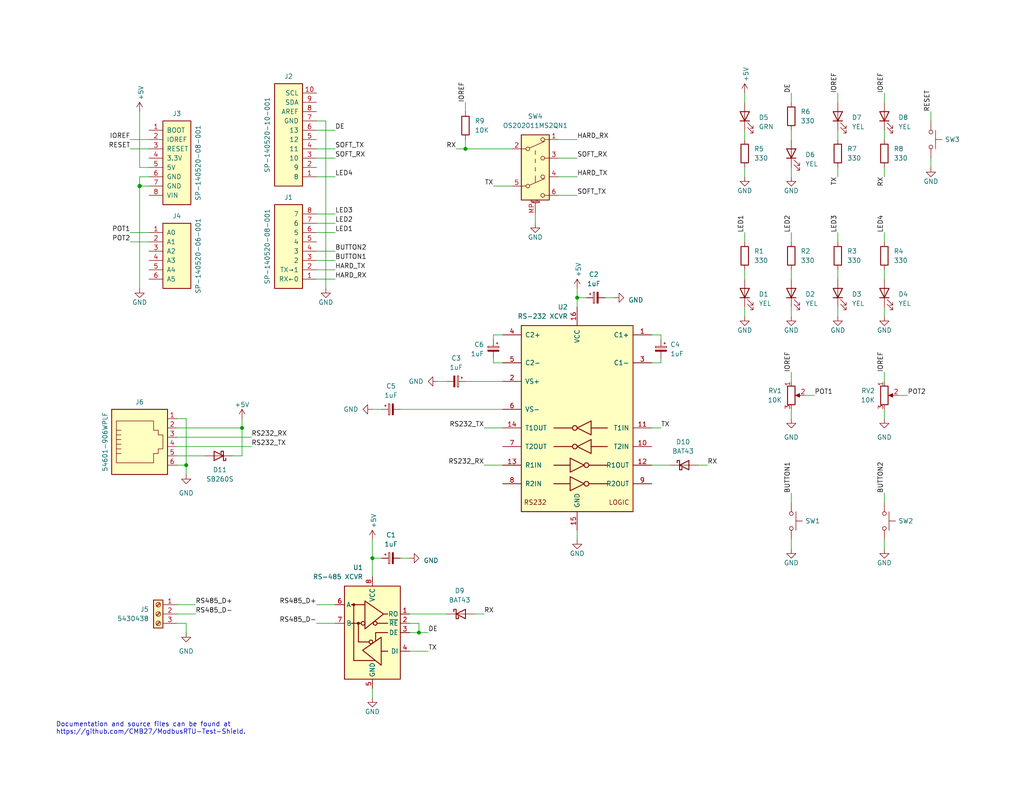
<source format=kicad_sch>
(kicad_sch (version 20230121) (generator eeschema)
  (paper "USLetter")
  (title_block (title "ModbusRTU Test Shield") (date "2023-12-26") (rev "0.0.1") (company "Designer: C. M. Bulliner") (comment 2 "OF MERCHANTABILITY, SATISFACTORY QUALITY AND FITNESS FOR A PARTICULAR PURPOSE.") (comment 3 "This document is distributed WITHOUT ANY EXPRESS OR IMPLIED WARRANTY, INCLUDING") (comment 4 "© 2023 C. M. Bulliner. Released under the CERN-OHL-P v2 license."))
  (lib_symbols
    (symbol "+5V_1" (power) (pin_names (offset 0))
      (property "Value" "+5V" (at 0 3.556 0))
      (symbol "+5V_1_1_1"
        (pin power_in line (at 0 0 90) (length 0) hide (name "+5V") (number "1"))
      )
    )
    (symbol "GND_1" (power) (pin_names (offset 0))
      (property "Value" "GND" (at 0 -3.81 0))
      (symbol "GND_1_1_1"
        (pin power_in line (at 0 0 270) (length 0) hide (name "GND") (number "1"))
      )
    )
    (symbol "GND_2" (power) (pin_names (offset 0))
      (property "Value" "GND" (at 0 -3.81 0))
      (symbol "GND_2_1_1"
        (pin power_in line (at 0 0 270) (length 0) hide (name "GND") (number "1"))
      )
    )
    (symbol "GND_3" (power) (pin_names (offset 0))
      (property "Value" "GND" (at 0 -3.81 0))
      (symbol "GND_3_1_1"
        (pin power_in line (at 0 0 270) (length 0) hide (name "GND") (number "1"))
      )
    )
    (symbol "Project_Symbols:6P6C" (pin_names (offset 1.016))
      (property "Reference" "J" (at -5.08 11.43 0))
      (property "Value" "6P6C" (at 2.54 11.43 0))
      (symbol "6P6C_1_1"
        (pin passive line (at 10.16 -5.08 180) (length 2.54) (name "~") (number "1"))
        (pin passive line (at 10.16 -2.54 180) (length 2.54) (name "~") (number "2"))
        (pin passive line (at 10.16 0 180) (length 2.54) (name "~") (number "3"))
        (pin passive line (at 10.16 2.54 180) (length 2.54) (name "~") (number "4"))
        (pin passive line (at 10.16 5.08 180) (length 2.54) (name "~") (number "5"))
        (pin passive line (at 10.16 7.62 180) (length 2.54) (name "~") (number "6"))
      )
    )
    (symbol "Project_Symbols:C_Polarized_Small" (pin_numbers hide) (pin_names (offset 0.254) hide)
      (property "Reference" "C" (at 0.254 1.778 0))
      (property "Value" "C_Polarized_Small" (at 0.254 -2.032 0))
      (symbol "C_Polarized_Small_1_1"
        (pin passive line (at 0 2.54 270) (length 1.8542) (name "~") (number "1"))
        (pin passive line (at 0 -2.54 90) (length 1.8542) (name "~") (number "2"))
      )
    )
    (symbol "Project_Symbols:Conn_01x06_UNO_Analog" (pin_names (offset 1.016))
      (property "Reference" "J1" (at 7.62 0 0))
      (property "Value" "Conn_01x06_UNO_Analog" (at 7.62 -2.54 0))
      (symbol "Conn_01x06_UNO_Analog_1_1"
        (pin passive line (at -5.08 5.08 0) (length 3.81) (name "A0") (number "1"))
        (pin passive line (at -5.08 2.54 0) (length 3.81) (name "A1") (number "2"))
        (pin passive line (at -5.08 0 0) (length 3.81) (name "A2") (number "3"))
        (pin passive line (at -5.08 -2.54 0) (length 3.81) (name "A3") (number "4"))
        (pin passive line (at -5.08 -5.08 0) (length 3.81) (name "A4") (number "5"))
        (pin passive line (at -5.08 -7.62 0) (length 3.81) (name "A5") (number "6"))
      )
    )
    (symbol "Project_Symbols:Conn_01x08_UNO_Digital_1" (pin_names (offset 1.016))
      (property "Reference" "J3" (at 7.62 0 0))
      (property "Value" "Conn_01x08_UNO_Digital_1" (at 7.62 -2.54 0))
      (symbol "Conn_01x08_UNO_Digital_1_1_1"
        (pin passive line (at -5.08 7.62 0) (length 3.81) (name "RX←0") (number "1"))
        (pin passive line (at -5.08 5.08 0) (length 3.81) (name "TX→1") (number "2"))
        (pin passive line (at -5.08 2.54 0) (length 3.81) (name "2") (number "3"))
        (pin passive line (at -5.08 0 0) (length 3.81) (name "3") (number "4"))
        (pin passive line (at -5.08 -2.54 0) (length 3.81) (name "4") (number "5"))
        (pin passive line (at -5.08 -5.08 0) (length 3.81) (name "5") (number "6"))
        (pin passive line (at -5.08 -7.62 0) (length 3.81) (name "6") (number "7"))
        (pin passive line (at -5.08 -10.16 0) (length 3.81) (name "7") (number "8"))
      )
    )
    (symbol "Project_Symbols:Conn_01x08_UNO_Power" (pin_names (offset 1.016))
      (property "Reference" "J2" (at 7.62 0 0))
      (property "Value" "Conn_01x08_UNO_Power" (at 7.62 -2.54 0))
      (symbol "Conn_01x08_UNO_Power_1_1"
        (pin passive line (at -5.08 7.62 0) (length 3.81) (name "BOOT") (number "1"))
        (pin passive line (at -5.08 5.08 0) (length 3.81) (name "IOREF") (number "2"))
        (pin passive line (at -5.08 2.54 0) (length 3.81) (name "RESET") (number "3"))
        (pin passive line (at -5.08 0 0) (length 3.81) (name "3.3V") (number "4"))
        (pin passive line (at -5.08 -2.54 0) (length 3.81) (name "5V") (number "5"))
        (pin passive line (at -5.08 -5.08 0) (length 3.81) (name "GND") (number "6"))
        (pin passive line (at -5.08 -7.62 0) (length 3.81) (name "GND") (number "7"))
        (pin passive line (at -5.08 -10.16 0) (length 3.81) (name "VIN") (number "8"))
      )
    )
    (symbol "Project_Symbols:Conn_01x10_UNO_Digital_2" (pin_names (offset 1.016))
      (property "Reference" "J4" (at 7.62 0 0))
      (property "Value" "Conn_01x10_UNO_Digital_2" (at 7.62 -2.54 0))
      (symbol "Conn_01x10_UNO_Digital_2_1_1"
        (pin passive line (at -5.08 10.16 0) (length 3.81) (name "8") (number "1"))
        (pin passive line (at -5.08 -12.7 0) (length 3.81) (name "SCL") (number "10"))
        (pin passive line (at -5.08 7.62 0) (length 3.81) (name "9") (number "2"))
        (pin passive line (at -5.08 5.08 0) (length 3.81) (name "10") (number "3"))
        (pin passive line (at -5.08 2.54 0) (length 3.81) (name "11") (number "4"))
        (pin passive line (at -5.08 0 0) (length 3.81) (name "12") (number "5"))
        (pin passive line (at -5.08 -2.54 0) (length 3.81) (name "13") (number "6"))
        (pin passive line (at -5.08 -5.08 0) (length 3.81) (name "GND") (number "7"))
        (pin passive line (at -5.08 -7.62 0) (length 3.81) (name "AREF") (number "8"))
        (pin passive line (at -5.08 -10.16 0) (length 3.81) (name "SDA") (number "9"))
      )
    )
    (symbol "Project_Symbols:D_Schottky" (pin_numbers hide) (pin_names (offset 1.016) hide)
      (property "Reference" "D" (at 0 2.54 0))
      (property "Value" "D_Schottky" (at 0 -2.54 0))
      (symbol "D_Schottky_1_1"
        (pin passive line (at -3.81 0 0) (length 2.54) (name "K") (number "1"))
        (pin passive line (at 3.81 0 180) (length 2.54) (name "A") (number "2"))
      )
    )
    (symbol "Project_Symbols:LED" (pin_numbers hide) (pin_names (offset 1.016) hide)
      (property "Reference" "D" (at 0 2.54 0))
      (property "Value" "LED" (at 0 -2.54 0))
      (symbol "LED_1_1"
        (pin passive line (at -3.81 0 0) (length 2.54) (name "K") (number "1"))
        (pin passive line (at 3.81 0 180) (length 2.54) (name "A") (number "2"))
      )
    )
    (symbol "Project_Symbols:LT1785AxN8"
      (property "Reference" "U" (at -6.985 13.97 0))
      (property "Value" "LT1785AxN8" (at 6.35 13.97 0))
      (symbol "LT1785AxN8_1_1"
        (pin output line (at -10.16 5.08 0) (length 2.54) (name "RO") (number "1"))
        (pin input line (at -10.16 2.54 0) (length 2.54) (name "~{RE}") (number "2"))
        (pin input line (at -10.16 0 0) (length 2.54) (name "DE") (number "3"))
        (pin input line (at -10.16 -5.08 0) (length 2.54) (name "DI") (number "4"))
        (pin power_in line (at 0 -15.24 90) (length 2.54) (name "GND") (number "5"))
        (pin bidirectional line (at 10.16 7.62 180) (length 2.54) (name "A") (number "6"))
        (pin bidirectional line (at 10.16 2.54 180) (length 2.54) (name "B") (number "7"))
        (pin power_in line (at 0 15.24 270) (length 2.54) (name "VCC") (number "8"))
      )
    )
    (symbol "Project_Symbols:MAX232" (pin_names (offset 1.016))
      (property "Reference" "U" (at -2.54 28.575 0))
      (property "Value" "MAX232" (at -2.54 26.67 0))
      (symbol "MAX232_0_0"
        (text "LOGIC" (at -11.43 -22.86 0) (effects (font (size 1.27 1.27))))
        (text "RS232" (at 11.43 -22.86 0) (effects (font (size 1.27 1.27))))
      )
      (symbol "MAX232_1_1"
        (pin passive line (at -20.32 22.86 0) (length 5.08) (name "C1+") (number "1"))
        (pin input line (at -20.32 -7.62 0) (length 5.08) (name "T2IN") (number "10"))
        (pin input line (at -20.32 -2.54 0) (length 5.08) (name "T1IN") (number "11"))
        (pin output line (at -20.32 -12.7 0) (length 5.08) (name "R1OUT") (number "12"))
        (pin input line (at 20.32 -12.7 180) (length 5.08) (name "R1IN") (number "13"))
        (pin output line (at 20.32 -2.54 180) (length 5.08) (name "T1OUT") (number "14"))
        (pin power_in line (at 0 -30.48 90) (length 5.08) (name "GND") (number "15"))
        (pin power_in line (at 0 30.48 270) (length 5.08) (name "VCC") (number "16"))
        (pin power_out line (at 20.32 10.16 180) (length 5.08) (name "VS+") (number "2"))
        (pin passive line (at -20.32 15.24 0) (length 5.08) (name "C1-") (number "3"))
        (pin passive line (at 20.32 22.86 180) (length 5.08) (name "C2+") (number "4"))
        (pin passive line (at 20.32 15.24 180) (length 5.08) (name "C2-") (number "5"))
        (pin power_out line (at 20.32 2.54 180) (length 5.08) (name "VS-") (number "6"))
        (pin output line (at 20.32 -7.62 180) (length 5.08) (name "T2OUT") (number "7"))
        (pin input line (at 20.32 -17.78 180) (length 5.08) (name "R2IN") (number "8"))
        (pin output line (at -20.32 -17.78 0) (length 5.08) (name "R2OUT") (number "9"))
      )
    )
    (symbol "Project_Symbols:R" (pin_numbers hide) (pin_names (offset 0))
      (property "Reference" "R" (at 2.032 0 90))
      (property "Value" "R" (at 0 0 90))
      (symbol "R_1_1"
        (pin passive line (at 0 3.81 270) (length 1.27) (name "~") (number "1"))
        (pin passive line (at 0 -3.81 90) (length 1.27) (name "~") (number "2"))
      )
    )
    (symbol "Project_Symbols:R_Potentiometer" (pin_names (offset 1.016) hide)
      (property "Reference" "RV" (at -4.445 0 90))
      (property "Value" "R_Potentiometer" (at -2.54 0 90))
      (symbol "R_Potentiometer_1_1"
        (pin passive line (at 0 3.81 270) (length 1.27) (name "1") (number "1"))
        (pin passive line (at 3.81 0 180) (length 1.27) (name "2") (number "2"))
        (pin passive line (at 0 -3.81 90) (length 1.27) (name "3") (number "3"))
      )
    )
    (symbol "Project_Symbols:SW_DPDT_MountingPin" (pin_names hide)
      (property "Reference" "SW" (at 0 13.97 0))
      (property "Value" "SW_DPDT_MountingPin" (at 0 11.43 0))
      (symbol "SW_DPDT_MountingPin_1_1"
        (text "Mounting" (at 0 -9.271 0) (effects (font (size 0.381 0.381))))
        (pin passive line (at 6.35 7.62 180) (length 2.54) (name "A") (number "1"))
        (pin passive line (at -6.35 5.08 0) (length 2.54) (name "B") (number "2"))
        (pin passive line (at 6.35 2.54 180) (length 2.54) (name "C") (number "3"))
        (pin passive line (at 6.35 -2.54 180) (length 2.54) (name "A") (number "4"))
        (pin passive line (at -6.35 -5.08 0) (length 2.54) (name "B") (number "5"))
        (pin passive line (at 6.35 -7.62 180) (length 2.54) (name "C") (number "6"))
        (pin passive line (at 0 -12.7 90) (length 3.048) (name "MountPin") (number "MP"))
      )
    )
    (symbol "Project_Symbols:SW_Push" (pin_numbers hide) (pin_names (offset 1.016) hide)
      (property "Reference" "SW" (at 1.27 2.54 0))
      (property "Value" "SW_Push" (at 0 -1.524 0))
      (symbol "SW_Push_0_1"
        (pin passive line (at -5.08 0 0) (length 2.54) (name "1") (number "1"))
        (pin passive line (at 5.08 0 180) (length 2.54) (name "2") (number "2"))
      )
    )
    (symbol "Project_Symbols:Screw_Terminal_01x03" (pin_names (offset 1.016) hide)
      (property "Reference" "J" (at 0 5.08 0))
      (property "Value" "Screw_Terminal_01x03" (at 0 -5.08 0))
      (symbol "Screw_Terminal_01x03_1_1"
        (pin passive line (at -5.08 2.54 0) (length 3.81) (name "Pin_1") (number "1"))
        (pin passive line (at -5.08 0 0) (length 3.81) (name "Pin_2") (number "2"))
        (pin passive line (at -5.08 -2.54 0) (length 3.81) (name "Pin_3") (number "3"))
      )
    )
    (symbol "power:+5V" (power) (pin_names (offset 0))
      (property "Value" "+5V" (at 0 3.556 0))
      (symbol "+5V_1_1"
        (pin power_in line (at 0 0 90) (length 0) hide (name "+5V") (number "1"))
      )
    )
    (symbol "power:GND" (power) (pin_names (offset 0))
      (property "Value" "GND" (at 0 -3.81 0))
      (symbol "GND_1_1"
        (pin power_in line (at 0 0 270) (length 0) hide (name "GND") (number "1"))
      )
    )
  )
  (junction (at 157.48 81.28))
  (junction (at 38.1 50.8) (diameter 1.016))
  (junction (at 66.04 116.84))
  (junction (at 114.3 172.72))
  (junction (at 50.8 127))
  (junction (at 101.6 152.4))
  (junction (at 127 40.64))
  (wire (pts (xy 86.36 76.2) (xy 91.44 76.2)))
  (wire (pts (xy 241.3 147.32) (xy 241.3 149.86)))
  (wire (pts (xy 241.3 83.82) (xy 241.3 86.36)))
  (wire (pts (xy 215.9 101.6) (xy 215.9 104.14)))
  (wire (pts (xy 241.3 45.72) (xy 241.3 48.26)))
  (wire (pts (xy 167.64 81.28) (xy 165.1 81.28)))
  (wire (pts (xy 177.8 91.44) (xy 180.34 91.44)))
  (wire (pts (xy 66.04 124.46) (xy 63.5 124.46)))
  (wire (pts (xy 86.36 43.18) (xy 91.44 43.18)))
  (wire (pts (xy 215.9 134.62) (xy 215.9 137.16)))
  (wire (pts (xy 219.71 107.95) (xy 222.25 107.95)))
  (wire (pts (xy 241.3 134.62) (xy 241.3 137.16)))
  (wire (pts (xy 109.22 152.4) (xy 111.76 152.4)))
  (wire (pts (xy 35.56 40.64) (xy 40.64 40.64)))
  (wire (pts (xy 160.02 81.28) (xy 157.48 81.28)))
  (wire (pts (xy 66.04 116.84) (xy 66.04 124.46)))
  (wire (pts (xy 86.36 71.12) (xy 91.44 71.12)))
  (wire (pts (xy 241.3 63.5) (xy 241.3 66.04)))
  (wire (pts (xy 48.26 116.84) (xy 66.04 116.84)))
  (wire (pts (xy 38.1 48.26) (xy 38.1 50.8)))
  (wire (pts (xy 109.22 111.76) (xy 137.16 111.76)))
  (wire (pts (xy 114.3 172.72) (xy 111.76 172.72)))
  (wire (pts (xy 111.76 167.64) (xy 121.92 167.64)))
  (wire (pts (xy 86.36 63.5) (xy 91.44 63.5)))
  (wire (pts (xy 86.36 58.42) (xy 91.44 58.42)))
  (wire (pts (xy 48.26 121.92) (xy 68.58 121.92)))
  (wire (pts (xy 38.1 50.8) (xy 38.1 78.74)))
  (wire (pts (xy 241.3 111.76) (xy 241.3 114.3)))
  (wire (pts (xy 129.54 167.64) (xy 132.08 167.64)))
  (wire (pts (xy 127 40.64) (xy 139.7 40.64)))
  (wire (pts (xy 241.3 73.66) (xy 241.3 76.2)))
  (wire (pts (xy 101.6 187.96) (xy 101.6 190.5)))
  (wire (pts (xy 215.9 25.4) (xy 215.9 27.94)))
  (wire (pts (xy 215.9 73.66) (xy 215.9 76.2)))
  (wire (pts (xy 38.1 45.72) (xy 40.64 45.72)))
  (wire (pts (xy 38.1 30.48) (xy 38.1 45.72)))
  (wire (pts (xy 245.11 107.95) (xy 247.65 107.95)))
  (wire (pts (xy 86.36 48.26) (xy 91.44 48.26)))
  (wire (pts (xy 177.8 127) (xy 182.88 127)))
  (wire (pts (xy 254 30.48) (xy 254 33.02)))
  (wire (pts (xy 55.88 124.46) (xy 48.26 124.46)))
  (wire (pts (xy 203.2 83.82) (xy 203.2 86.36)))
  (wire (pts (xy 35.56 63.5) (xy 40.64 63.5)))
  (wire (pts (xy 180.34 99.06) (xy 177.8 99.06)))
  (wire (pts (xy 48.26 127) (xy 50.8 127)))
  (wire (pts (xy 137.16 91.44) (xy 134.62 91.44)))
  (wire (pts (xy 157.48 48.26) (xy 152.4 48.26)))
  (wire (pts (xy 228.6 83.82) (xy 228.6 86.36)))
  (wire (pts (xy 127 27.94) (xy 127 30.48)))
  (wire (pts (xy 111.76 170.18) (xy 114.3 170.18)))
  (wire (pts (xy 114.3 172.72) (xy 116.84 172.72)))
  (wire (pts (xy 177.8 116.84) (xy 180.34 116.84)))
  (wire (pts (xy 50.8 127) (xy 50.8 114.3)))
  (wire (pts (xy 50.8 114.3) (xy 48.26 114.3)))
  (wire (pts (xy 203.2 45.72) (xy 203.2 48.26)))
  (wire (pts (xy 50.8 170.18) (xy 48.26 170.18)))
  (wire (pts (xy 101.6 147.32) (xy 101.6 152.4)))
  (wire (pts (xy 180.34 97.79) (xy 180.34 99.06)))
  (wire (pts (xy 124.46 40.64) (xy 127 40.64)))
  (wire (pts (xy 119.38 104.14) (xy 121.92 104.14)))
  (wire (pts (xy 132.08 116.84) (xy 137.16 116.84)))
  (wire (pts (xy 203.2 25.4) (xy 203.2 27.94)))
  (wire (pts (xy 228.6 63.5) (xy 228.6 66.04)))
  (wire (pts (xy 215.9 147.32) (xy 215.9 149.86)))
  (wire (pts (xy 127 38.1) (xy 127 40.64)))
  (wire (pts (xy 152.4 43.18) (xy 157.48 43.18)))
  (wire (pts (xy 157.48 53.34) (xy 152.4 53.34)))
  (wire (pts (xy 157.48 81.28) (xy 157.48 83.82)))
  (wire (pts (xy 50.8 172.72) (xy 50.8 170.18)))
  (wire (pts (xy 215.9 35.56) (xy 215.9 38.1)))
  (wire (pts (xy 137.16 99.06) (xy 134.62 99.06)))
  (wire (pts (xy 88.9 33.02) (xy 88.9 78.74)))
  (wire (pts (xy 203.2 63.5) (xy 203.2 66.04)))
  (wire (pts (xy 241.3 25.4) (xy 241.3 27.94)))
  (wire (pts (xy 180.34 91.44) (xy 180.34 92.71)))
  (wire (pts (xy 157.48 144.78) (xy 157.48 147.32)))
  (wire (pts (xy 215.9 83.82) (xy 215.9 86.36)))
  (wire (pts (xy 48.26 165.1) (xy 53.34 165.1)))
  (wire (pts (xy 228.6 73.66) (xy 228.6 76.2)))
  (wire (pts (xy 40.64 50.8) (xy 38.1 50.8)))
  (wire (pts (xy 35.56 38.1) (xy 40.64 38.1)))
  (wire (pts (xy 86.36 60.96) (xy 91.44 60.96)))
  (wire (pts (xy 228.6 45.72) (xy 228.6 48.26)))
  (wire (pts (xy 152.4 38.1) (xy 157.48 38.1)))
  (wire (pts (xy 190.5 127) (xy 193.04 127)))
  (wire (pts (xy 215.9 63.5) (xy 215.9 66.04)))
  (wire (pts (xy 127 104.14) (xy 137.16 104.14)))
  (wire (pts (xy 203.2 35.56) (xy 203.2 38.1)))
  (wire (pts (xy 203.2 73.66) (xy 203.2 76.2)))
  (wire (pts (xy 48.26 167.64) (xy 53.34 167.64)))
  (wire (pts (xy 157.48 78.74) (xy 157.48 81.28)))
  (wire (pts (xy 241.3 101.6) (xy 241.3 104.14)))
  (wire (pts (xy 134.62 99.06) (xy 134.62 97.79)))
  (wire (pts (xy 111.76 177.8) (xy 116.84 177.8)))
  (wire (pts (xy 114.3 170.18) (xy 114.3 172.72)))
  (wire (pts (xy 228.6 35.56) (xy 228.6 38.1)))
  (wire (pts (xy 132.08 127) (xy 137.16 127)))
  (wire (pts (xy 86.36 33.02) (xy 88.9 33.02)))
  (wire (pts (xy 35.56 66.04) (xy 40.64 66.04)))
  (wire (pts (xy 241.3 35.56) (xy 241.3 38.1)))
  (wire (pts (xy 40.64 48.26) (xy 38.1 48.26)))
  (wire (pts (xy 101.6 152.4) (xy 104.14 152.4)))
  (wire (pts (xy 86.36 40.64) (xy 91.44 40.64)))
  (wire (pts (xy 48.26 119.38) (xy 68.58 119.38)))
  (wire (pts (xy 228.6 25.4) (xy 228.6 27.94)))
  (wire (pts (xy 50.8 129.54) (xy 50.8 127)))
  (wire (pts (xy 101.6 152.4) (xy 101.6 157.48)))
  (wire (pts (xy 215.9 111.76) (xy 215.9 114.3)))
  (wire (pts (xy 134.62 91.44) (xy 134.62 92.71)))
  (wire (pts (xy 101.6 111.76) (xy 104.14 111.76)))
  (wire (pts (xy 254 43.18) (xy 254 45.72)))
  (wire (pts (xy 86.36 170.18) (xy 91.44 170.18)))
  (wire (pts (xy 215.9 45.72) (xy 215.9 48.26)))
  (wire (pts (xy 134.62 50.8) (xy 139.7 50.8)))
  (wire (pts (xy 86.36 165.1) (xy 91.44 165.1)))
  (wire (pts (xy 146.05 58.42) (xy 146.05 60.96)))
  (wire (pts (xy 66.04 116.84) (xy 66.04 114.3)))
  (wire (pts (xy 86.36 35.56) (xy 91.44 35.56)))
  (wire (pts (xy 86.36 68.58) (xy 91.44 68.58)))
  (wire (pts (xy 86.36 73.66) (xy 91.44 73.66)))
  (text "Documentation and source files can be found at\nhttps://github.com/CMB27/ModbusRTU-Test-Shield." (at 15.24 200.66 0) (effects (font (size 1.27 1.27)) (justify left bottom)))
  (label "HARD_RX" (at 91.44 76.2 0))
  (label "RX" (at 241.3 48.26 270))
  (label "RS485_D-" (at 86.36 170.18 180))
  (label "DE" (at 215.9 25.4 90))
  (label "RS232_RX" (at 132.08 127 180))
  (label "BUTTON1" (at 91.44 71.12 0))
  (label "IOREF" (at 215.9 101.6 90))
  (label "SOFT_RX" (at 157.48 43.18 0))
  (label "RS232_TX" (at 132.08 116.84 180))
  (label "RS485_D+" (at 53.34 165.1 0))
  (label "RX" (at 193.04 127 0))
  (label "RESET" (at 254 30.48 90))
  (label "SOFT_TX" (at 157.48 53.34 0))
  (label "HARD_TX" (at 157.48 48.26 0))
  (label "SOFT_RX" (at 91.44 43.18 0))
  (label "LED3" (at 228.6 63.5 90))
  (label "RS232_RX" (at 68.58 119.38 0))
  (label "TX" (at 228.6 48.26 270))
  (label "BUTTON1" (at 215.9 134.62 90))
  (label "IOREF" (at 228.6 25.4 90))
  (label "RS485_D+" (at 86.36 165.1 180))
  (label "IOREF" (at 241.3 25.4 90))
  (label "POT1" (at 222.25 107.95 0))
  (label "POT2" (at 247.65 107.95 0))
  (label "LED2" (at 91.44 60.96 0))
  (label "LED1" (at 91.44 63.5 0))
  (label "LED2" (at 215.9 63.5 90))
  (label "SOFT_TX" (at 91.44 40.64 0))
  (label "BUTTON2" (at 91.44 68.58 0))
  (label "POT2" (at 35.56 66.04 180))
  (label "HARD_TX" (at 91.44 73.66 0))
  (label "DE" (at 91.44 35.56 0))
  (label "POT1" (at 35.56 63.5 180))
  (label "RX" (at 132.08 167.64 0))
  (label "HARD_RX" (at 157.48 38.1 0))
  (label "RX" (at 124.46 40.64 180))
  (label "LED3" (at 91.44 58.42 0))
  (label "DE" (at 116.84 172.72 0))
  (label "IOREF" (at 241.3 101.6 90))
  (label "TX" (at 180.34 116.84 0))
  (label "LED4" (at 241.3 63.5 90))
  (label "TX" (at 116.84 177.8 0))
  (label "BUTTON2" (at 241.3 134.62 90))
  (label "LED4" (at 91.44 48.26 0))
  (label "IOREF" (at 35.56 38.1 180))
  (label "LED1" (at 203.2 63.5 90))
  (label "RS232_TX" (at 68.58 121.92 0))
  (label "IOREF" (at 127 27.94 90))
  (label "RS485_D-" (at 53.34 167.64 0))
  (label "TX" (at 134.62 50.8 180))
  (label "RESET" (at 35.56 40.64 180))
  (symbol (lib_id "power:+5V") (at 38.1 30.48 0) (unit 1)
    (property "Reference" "#PWR02" (effects hide))
    (property "Value" "+5V" (at 38.4556 27.432 90) (effects (justify left)))
  )
  (symbol (lib_id "power:GND") (at 38.1 78.74 0) (unit 1)
    (property "Reference" "#PWR04" (effects hide))
    (property "Value" "GND" (at 38.1 82.55 0))
  )
  (symbol (lib_id "power:GND") (at 88.9 78.74 0) (unit 1)
    (property "Reference" "#PWR05" (effects hide))
    (property "Value" "GND" (at 88.9 82.55 0))
  )
  (symbol (lib_id "Project_Symbols:C_Polarized_Small") (at 106.68 152.4 90) (mirror x) (unit 1)
    (property "Reference" "C1" (at 106.68 146.05 90))
    (property "Value" "1uF" (at 106.68 148.59 90))
    (property "Footprint" "Project_Footprints:CP_Radial_D4.0mm_P1.50mm" (effects hide))
    (property "Datasheet" "https://connect.kemet.com:7667/gateway/IntelliData-ComponentDocumentation/1.0/download/datasheet/ESS105M050AB2EA" (effects hide))
    (property "Description" "1uF Aluminum Electrolytic Capacitor" (effects hide))
    (property "Manufacturer" "KEMET" (effects hide))
    (property "Part Number" "ESS105M050AB2EA" (effects hide))
  )
  (symbol (lib_id "Project_Symbols:R") (at 241.3 41.91 0) (unit 1)
    (property "Reference" "R8" (at 243.84 40.64 0) (effects (justify left)))
    (property "Value" "330" (at 243.84 43.18 0) (effects (justify left)))
    (property "Footprint" "Project_Footprints:R_Axial_DIN0204_L3.6mm_D1.6mm_P7.62mm_Horizontal" (effects hide))
    (property "Datasheet" "https://www.seielect.com/catalog/sei-cf_cfm.pdf" (effects hide))
    (property "Description" "330 Ohm Resistor" (effects hide))
    (property "Manufacturer" "Stackpole Electronics" (effects hide))
    (property "Part Number" "CFM14JT330R" (effects hide))
  )
  (symbol (lib_id "power:GND") (at 254 45.72 0) (unit 1)
    (property "Reference" "#PWR01" (effects hide))
    (property "Value" "GND" (at 254 49.53 0))
  )
  (symbol (lib_id "Project_Symbols:Conn_01x06_UNO_Analog") (at 45.72 68.58 0) (unit 1)
    (property "Reference" "J4" (at 48.26 59.69 0) (effects (justify bottom)))
    (property "Value" "SP-140520-06-001" (at 53.34 69.85 90) (effects (justify top)))
    (property "Footprint" "Project_Footprints:PinSocket_1x06_P2.54mm_Vertical_UNO_Analog" (effects hide))
    (property "Datasheet" "https://cdn.sparkfun.com/assets/3/f/3/2/1/SP-140520-XX-001.pdf?_gl=1*gsukhd*_ga*MTUxODAzMTA2LjE3MDA4NDExNjI.*_ga_T369JS7J9N*MTcwMzE3MzMxMi4xMS4xLjE3MDMxNzMzNjMuOS4wLjA." (effects hide))
    (property "Description" "1 x 6 Socket Header" (effects hide))
    (property "Manufacturer" "GCT" (effects hide))
    (property "Part Number" "SP-140520-06-001" (effects hide))
  )
  (symbol (lib_name "GND_1") (lib_id "power:GND") (at 215.9 114.3 0) (unit 1)
    (property "Reference" "#PWR07" (effects hide))
    (property "Value" "GND" (at 215.9 119.38 0))
  )
  (symbol (lib_id "power:+5V") (at 101.6 147.32 0) (unit 1)
    (property "Reference" "#PWR015" (effects hide))
    (property "Value" "+5V" (at 101.9556 144.272 90) (effects (justify left)))
  )
  (symbol (lib_id "power:GND") (at 146.05 60.96 0) (unit 1)
    (property "Reference" "#PWR027" (effects hide))
    (property "Value" "GND" (at 146.05 64.77 0))
  )
  (symbol (lib_id "Project_Symbols:LT1785AxN8") (at 101.6 172.72 0) (mirror y) (unit 1)
    (property "Reference" "U1" (at 99.06 154.94 0) (effects (justify left)))
    (property "Value" "RS-485 XCVR" (at 99.06 157.48 0) (effects (justify left)))
    (property "Footprint" "Project_Footprints:DIP-8_W7.62mm_Socket" (effects hide))
    (property "Datasheet" "https://www.analog.com/media/en/technical-documentation/data-sheets/LT1785-1785A-1791-1791A.pdf" (effects hide))
    (property "Manufacturer" "Analog Devices" (effects hide))
    (property "Part Number" "LT1785ACN8#PBF" (effects hide))
    (property "Description" "RS-485 Half-Duplex Transceiver" (effects hide))
  )
  (symbol (lib_id "Project_Symbols:C_Polarized_Small") (at 180.34 95.25 0) (mirror y) (unit 1)
    (property "Reference" "C4" (at 182.88 94.0689 0) (effects (justify right)))
    (property "Value" "1uF" (at 182.88 96.6089 0) (effects (justify right)))
    (property "Footprint" "Project_Footprints:CP_Radial_D4.0mm_P1.50mm" (effects hide))
    (property "Datasheet" "https://connect.kemet.com:7667/gateway/IntelliData-ComponentDocumentation/1.0/download/datasheet/ESS105M050AB2EA" (effects hide))
    (property "Description" "1uF Aluminum Electrolytic Capacitor" (effects hide))
    (property "Manufacturer" "KEMET" (effects hide))
    (property "Part Number" "ESS105M050AB2EA" (effects hide))
  )
  (symbol (lib_id "Project_Symbols:LED") (at 203.2 80.01 90) (unit 1)
    (property "Reference" "D1" (at 207.01 80.3275 90) (effects (justify right)))
    (property "Value" "YEL" (at 207.01 82.8675 90) (effects (justify right)))
    (property "Footprint" "Project_Footprints:LED_D3.0mm" (effects hide))
    (property "Datasheet" "https://www.we-online.com/components/products/datasheet/151031YS06000.pdf" (effects hide))
    (property "Manufacturer" "Würth Elektronik" (effects hide))
    (property "Part Number" "151031YS06000" (effects hide))
    (property "Description" "Yellow LED" (effects hide))
    (property "Label" "L1" (effects hide))
  )
  (symbol (lib_id "Project_Symbols:R") (at 228.6 41.91 0) (unit 1)
    (property "Reference" "R7" (at 231.14 40.64 0) (effects (justify left)))
    (property "Value" "330" (at 231.14 43.18 0) (effects (justify left)))
    (property "Footprint" "Project_Footprints:R_Axial_DIN0204_L3.6mm_D1.6mm_P7.62mm_Horizontal" (effects hide))
    (property "Datasheet" "https://www.seielect.com/catalog/sei-cf_cfm.pdf" (effects hide))
    (property "Description" "330 Ohm Resistor" (effects hide))
    (property "Manufacturer" "Stackpole Electronics" (effects hide))
    (property "Part Number" "CFM14JT330R" (effects hide))
  )
  (symbol (lib_id "Project_Symbols:LED") (at 241.3 80.01 90) (unit 1)
    (property "Reference" "D4" (at 245.11 80.3275 90) (effects (justify right)))
    (property "Value" "YEL" (at 245.11 82.8675 90) (effects (justify right)))
    (property "Footprint" "Project_Footprints:LED_D3.0mm" (effects hide))
    (property "Datasheet" "https://www.we-online.com/components/products/datasheet/151031YS06000.pdf" (effects hide))
    (property "Manufacturer" "Würth Elektronik" (effects hide))
    (property "Part Number" "151031YS06000" (effects hide))
    (property "Description" "Yellow LED" (effects hide))
    (property "Label" "L4" (effects hide))
  )
  (symbol (lib_id "Project_Symbols:R") (at 215.9 69.85 0) (unit 1)
    (property "Reference" "R2" (at 218.44 68.58 0) (effects (justify left)))
    (property "Value" "330" (at 218.44 71.12 0) (effects (justify left)))
    (property "Footprint" "Project_Footprints:R_Axial_DIN0204_L3.6mm_D1.6mm_P7.62mm_Horizontal" (effects hide))
    (property "Datasheet" "https://www.seielect.com/catalog/sei-cf_cfm.pdf" (effects hide))
    (property "Description" "330 Ohm Resistor" (effects hide))
    (property "Manufacturer" "Stackpole Electronics" (effects hide))
    (property "Part Number" "CFM14JT330R" (effects hide))
  )
  (symbol (lib_id "Project_Symbols:D_Schottky") (at 125.73 167.64 0) (unit 1)
    (property "Reference" "D9" (at 125.4125 161.29 0))
    (property "Value" "BAT43" (at 125.4125 163.83 0))
    (property "Footprint" "Project_Footprints:D_DO-35_SOD27_P7.62mm_Horizontal" (effects hide))
    (property "Datasheet" "https://www.vishay.com/docs/85660/bat42.pdf" (effects hide))
    (property "Description" "Schottky Diode" (effects hide))
    (property "Manufacturer" "Vishay" (effects hide))
    (property "Part Number" "BAT43-TAP" (effects hide))
  )
  (symbol (lib_id "Project_Symbols:LED") (at 228.6 31.75 90) (unit 1)
    (property "Reference" "D7" (at 232.41 32.0675 90) (effects (justify right)))
    (property "Value" "YEL" (at 232.41 34.6075 90) (effects (justify right)))
    (property "Footprint" "Project_Footprints:LED_D3.0mm" (effects hide))
    (property "Datasheet" "https://www.we-online.com/components/products/datasheet/151031YS06000.pdf" (effects hide))
    (property "Manufacturer" "Würth Elektronik" (effects hide))
    (property "Part Number" "151031YS06000" (effects hide))
    (property "Description" "Yellow LED" (effects hide))
    (property "Label" "TX" (effects hide))
  )
  (symbol (lib_id "Project_Symbols:R") (at 203.2 69.85 0) (unit 1)
    (property "Reference" "R1" (at 205.74 68.58 0) (effects (justify left)))
    (property "Value" "330" (at 205.74 71.12 0) (effects (justify left)))
    (property "Footprint" "Project_Footprints:R_Axial_DIN0204_L3.6mm_D1.6mm_P7.62mm_Horizontal" (effects hide))
    (property "Datasheet" "https://www.seielect.com/catalog/sei-cf_cfm.pdf" (effects hide))
    (property "Description" "330 Ohm Resistor" (effects hide))
    (property "Manufacturer" "Stackpole Electronics" (effects hide))
    (property "Part Number" "CFM14JT330R" (effects hide))
  )
  (symbol (lib_id "Project_Symbols:SW_Push") (at 215.9 142.24 270) (unit 1)
    (property "Reference" "SW1" (at 219.71 142.24 90) (effects (justify left)))
    (property "Value" "BUTTON1" (effects hide))
    (property "Footprint" "Project_Footprints:SW_PUSH_6mm" (effects hide))
    (property "Datasheet" "https://www.te.com/usa-en/product-1825910-6.datasheet.pdf" (effects hide))
    (property "Manufacturer" "TE" (effects hide))
    (property "Part Number" "1825910-6" (effects hide))
    (property "Description" "6mm Pushbutton Switch" (effects hide))
    (property "Label" "BTN1" (effects hide))
  )
  (symbol (lib_id "power:GND") (at 101.6 190.5 0) (unit 1)
    (property "Reference" "#PWR014" (effects hide))
    (property "Value" "GND" (at 101.6 194.31 0))
  )
  (symbol (lib_id "Project_Symbols:LED") (at 215.9 80.01 90) (unit 1)
    (property "Reference" "D2" (at 219.71 80.3275 90) (effects (justify right)))
    (property "Value" "YEL" (at 219.71 82.8675 90) (effects (justify right)))
    (property "Footprint" "Project_Footprints:LED_D3.0mm" (effects hide))
    (property "Datasheet" "https://www.we-online.com/components/products/datasheet/151031YS06000.pdf" (effects hide))
    (property "Manufacturer" "Würth Elektronik" (effects hide))
    (property "Part Number" "151031YS06000" (effects hide))
    (property "Description" "Yellow LED" (effects hide))
    (property "Label" "L2" (effects hide))
  )
  (symbol (lib_id "power:GND") (at 228.6 86.36 0) (unit 1)
    (property "Reference" "#PWR012" (effects hide))
    (property "Value" "GND" (at 228.6 90.17 0))
  )
  (symbol (lib_id "power:GND") (at 101.6 111.76 270) (unit 1)
    (property "Reference" "#PWR021" (effects hide))
    (property "Value" "GND" (at 97.79 111.76 90) (effects (justify right)))
  )
  (symbol (lib_id "Project_Symbols:SW_Push") (at 241.3 142.24 270) (unit 1)
    (property "Reference" "SW2" (at 245.11 142.24 90) (effects (justify left)))
    (property "Value" "BUTTON2" (effects hide))
    (property "Footprint" "Project_Footprints:SW_PUSH_6mm" (effects hide))
    (property "Datasheet" "https://www.te.com/usa-en/product-1825910-6.datasheet.pdf" (effects hide))
    (property "Manufacturer" "TE" (effects hide))
    (property "Part Number" "1825910-6" (effects hide))
    (property "Description" "6mm Pushbutton Switch" (effects hide))
    (property "Label" "BTN2" (effects hide))
  )
  (symbol (lib_id "Project_Symbols:Screw_Terminal_01x03") (at 43.18 167.64 0) (mirror y) (unit 1)
    (property "Reference" "J5" (at 40.64 166.37 0) (effects (justify left)))
    (property "Value" "5430438" (at 40.64 168.91 0) (effects (justify left)))
    (property "Footprint" "Project_Footprints:PhoenixContact_BCH-350H-3_RS485" (effects hide))
    (property "Datasheet" "https://pxc-crisp-production-platform-cr-s3downloadbucket-1rf23da6xdlmt.s3.eu-west-1.amazonaws.com/8023209?response-content-disposition=inline%3B%20filename%3D%22pxc_5430438_01_01_BCH-350H-3-GY_FAM.pdf%22&X-Amz-Algorithm=AWS4-HMAC-SHA256&X-Amz-Date=20231214T042124Z&X-Amz-SignedHeaders=host&X-Amz-Expires=10800&X-Amz-Credential=AKIAWWXX4BDRFPQUJUER%2F20231214%2Feu-west-1%2Fs3%2Faws4_request&X-Amz-Signature=642cf48a3280ba600a0d77ac701bfd69076ef8d12d5102349e7adfa4ea6ee9f3" (effects hide))
    (property "Manufacturer" "Phoenix Contact" (effects hide))
    (property "Part Number" "5430438" (effects hide))
    (property "Description" "3-Position Terminal Block Header" (effects hide))
  )
  (symbol (lib_name "GND_1") (lib_id "power:GND") (at 241.3 114.3 0) (unit 1)
    (property "Reference" "#PWR06" (effects hide))
    (property "Value" "GND" (at 241.3 119.38 0))
  )
  (symbol (lib_name "+5V_1") (lib_id "power:+5V") (at 66.04 114.3 0) (unit 1)
    (property "Reference" "#PWR018" (effects hide))
    (property "Value" "+5V" (at 66.04 110.49 0))
  )
  (symbol (lib_id "power:GND") (at 215.9 86.36 0) (unit 1)
    (property "Reference" "#PWR011" (effects hide))
    (property "Value" "GND" (at 215.9 90.17 0))
  )
  (symbol (lib_id "Project_Symbols:LED") (at 215.9 41.91 90) (unit 1)
    (property "Reference" "D6" (at 219.71 42.2275 90) (effects (justify right)))
    (property "Value" "YEL" (at 219.71 44.7675 90) (effects (justify right)))
    (property "Footprint" "Project_Footprints:LED_D3.0mm" (effects hide))
    (property "Datasheet" "https://www.we-online.com/components/products/datasheet/151031YS06000.pdf" (effects hide))
    (property "Manufacturer" "Würth Elektronik" (effects hide))
    (property "Part Number" "151031YS06000" (effects hide))
    (property "Description" "Yellow LED" (effects hide))
    (property "Label" "DE" (effects hide))
  )
  (symbol (lib_id "Project_Symbols:C_Polarized_Small") (at 162.56 81.28 90) (mirror x) (unit 1)
    (property "Reference" "C2" (at 162.0139 74.93 90))
    (property "Value" "1uF" (at 162.0139 77.47 90))
    (property "Footprint" "Project_Footprints:CP_Radial_D4.0mm_P1.50mm" (effects hide))
    (property "Datasheet" "https://connect.kemet.com:7667/gateway/IntelliData-ComponentDocumentation/1.0/download/datasheet/ESS105M050AB2EA" (effects hide))
    (property "Description" "1uF Aluminum Electrolytic Capacitor" (effects hide))
    (property "Manufacturer" "KEMET" (effects hide))
    (property "Part Number" "ESS105M050AB2EA" (effects hide))
  )
  (symbol (lib_id "power:GND") (at 119.38 104.14 270) (unit 1)
    (property "Reference" "#PWR020" (effects hide))
    (property "Value" "GND" (at 115.57 104.14 90) (effects (justify right)))
  )
  (symbol (lib_name "GND_3") (lib_id "power:GND") (at 50.8 172.72 0) (unit 1)
    (property "Reference" "#PWR017" (effects hide))
    (property "Value" "GND" (at 50.8 177.8 0))
  )
  (symbol (lib_id "Project_Symbols:C_Polarized_Small") (at 106.68 111.76 90) (mirror x) (unit 1)
    (property "Reference" "C5" (at 106.68 105.41 90))
    (property "Value" "1uF" (at 106.68 107.95 90))
    (property "Footprint" "Project_Footprints:CP_Radial_D4.0mm_P1.50mm" (effects hide))
    (property "Datasheet" "https://connect.kemet.com:7667/gateway/IntelliData-ComponentDocumentation/1.0/download/datasheet/ESS105M050AB2EA" (effects hide))
    (property "Description" "1uF Aluminum Electrolytic Capacitor" (effects hide))
    (property "Manufacturer" "KEMET" (effects hide))
    (property "Part Number" "ESS105M050AB2EA" (effects hide))
  )
  (symbol (lib_id "Project_Symbols:SW_DPDT_MountingPin") (at 146.05 45.72 0) (unit 1)
    (property "Reference" "SW4" (at 146.05 31.75 0))
    (property "Value" "OS202011MS2QN1" (at 146.05 34.29 0))
    (property "Footprint" "Project_Footprints:SW_CK_OS202011MS2Qx1_DPDT" (effects hide))
    (property "Datasheet" "https://www.ckswitches.com/media/1428/os.pdf" (effects hide))
    (property "Manufacturer" "C&K" (effects hide))
    (property "Part Number" "OS202011MS2QN1" (effects hide))
    (property "Description" "DPDT Slide Switch" (effects hide))
  )
  (symbol (lib_id "Project_Symbols:R") (at 203.2 41.91 0) (unit 1)
    (property "Reference" "R5" (at 205.74 40.64 0) (effects (justify left)))
    (property "Value" "330" (at 205.74 43.18 0) (effects (justify left)))
    (property "Footprint" "Project_Footprints:R_Axial_DIN0204_L3.6mm_D1.6mm_P7.62mm_Horizontal" (effects hide))
    (property "Datasheet" "https://www.seielect.com/catalog/sei-cf_cfm.pdf" (effects hide))
    (property "Description" "330 Ohm Resistor" (effects hide))
    (property "Manufacturer" "Stackpole Electronics" (effects hide))
    (property "Part Number" "CFM14JT330R" (effects hide))
  )
  (symbol (lib_id "Project_Symbols:Conn_01x08_UNO_Power") (at 45.72 43.18 0) (unit 1)
    (property "Reference" "J3" (at 48.26 31.75 0) (effects (justify bottom)))
    (property "Value" "SP-140520-08-001" (at 53.34 44.45 90) (effects (justify top)))
    (property "Footprint" "Project_Footprints:PinSocket_1x08_P2.54mm_Vertical_UNO_Power" (effects hide))
    (property "Datasheet" "https://cdn.sparkfun.com/assets/3/f/3/2/1/SP-140520-XX-001.pdf?_gl=1*gsukhd*_ga*MTUxODAzMTA2LjE3MDA4NDExNjI.*_ga_T369JS7J9N*MTcwMzE3MzMxMi4xMS4xLjE3MDMxNzMzNjMuOS4wLjA." (effects hide))
    (property "Manufacturer" "GCT" (effects hide))
    (property "Part Number" "SP-140520-08-001" (effects hide))
    (property "Description" "1 x 8 Socket Header" (effects hide))
  )
  (symbol (lib_id "Project_Symbols:Conn_01x10_UNO_Digital_2") (at 81.28 38.1 180) (unit 1)
    (property "Reference" "J2" (at 78.74 21.59 0) (effects (justify top)))
    (property "Value" "SP-140520-10-001" (at 73.66 36.83 90) (effects (justify top)))
    (property "Footprint" "Project_Footprints:PinSocket_1x10_P2.54mm_Vertical_UNO_Digital_2" (effects hide))
    (property "Datasheet" "https://cdn.sparkfun.com/assets/3/f/3/2/1/SP-140520-XX-001.pdf?_gl=1*gsukhd*_ga*MTUxODAzMTA2LjE3MDA4NDExNjI.*_ga_T369JS7J9N*MTcwMzE3MzMxMi4xMS4xLjE3MDMxNzMzNjMuOS4wLjA." (effects hide))
    (property "Description" "1 x 10 Socket Header" (effects hide))
    (property "Manufacturer" "GCT" (effects hide))
    (property "Part Number" "SP-140520-10-001" (effects hide))
  )
  (symbol (lib_id "Project_Symbols:D_Schottky") (at 59.69 124.46 180) (unit 1)
    (property "Reference" "D11" (at 60.0075 128.27 0))
    (property "Value" "SB260S" (at 60.0075 130.81 0))
    (property "Footprint" "Project_Footprints:D_DO-41_SOD81_P10.16mm_Horizontal" (effects hide))
    (property "Datasheet" "https://www.vishay.com/docs/88951/sb220s.pdf" (effects hide))
    (property "Manufacturer" "Vishay" (effects hide))
    (property "Part Number" "SB260S-E3/54" (effects hide))
    (property "Description" "Schottky Diode" (effects hide))
  )
  (symbol (lib_id "power:GND") (at 203.2 86.36 0) (unit 1)
    (property "Reference" "#PWR010" (effects hide))
    (property "Value" "GND" (at 203.2 90.17 0))
  )
  (symbol (lib_id "power:GND") (at 241.3 86.36 0) (unit 1)
    (property "Reference" "#PWR013" (effects hide))
    (property "Value" "GND" (at 241.3 90.17 0))
  )
  (symbol (lib_id "power:GND") (at 203.2 48.26 0) (unit 1)
    (property "Reference" "#PWR025" (effects hide))
    (property "Value" "GND" (at 203.2 52.07 0))
  )
  (symbol (lib_id "Project_Symbols:R") (at 127 34.29 0) (unit 1)
    (property "Reference" "R9" (at 129.54 33.02 0) (effects (justify left)))
    (property "Value" "10K" (at 129.54 35.56 0) (effects (justify left)))
    (property "Footprint" "Project_Footprints:R_Axial_DIN0204_L3.6mm_D1.6mm_P7.62mm_Horizontal" (effects hide))
    (property "Datasheet" "https://www.seielect.com/catalog/sei-cf_cfm.pdf" (effects hide))
    (property "Description" "10K Ohm Resistor" (effects hide))
    (property "Manufacturer" "Stackpole Electronics" (effects hide))
    (property "Part Number" "CFM14JT10K0" (effects hide))
  )
  (symbol (lib_id "Project_Symbols:LED") (at 228.6 80.01 90) (unit 1)
    (property "Reference" "D3" (at 232.41 80.3275 90) (effects (justify right)))
    (property "Value" "YEL" (at 232.41 82.8675 90) (effects (justify right)))
    (property "Footprint" "Project_Footprints:LED_D3.0mm" (effects hide))
    (property "Datasheet" "https://www.we-online.com/components/products/datasheet/151031YS06000.pdf" (effects hide))
    (property "Manufacturer" "Würth Elektronik" (effects hide))
    (property "Part Number" "151031YS06000" (effects hide))
    (property "Description" "Yellow LED" (effects hide))
    (property "Label" "L3" (effects hide))
  )
  (symbol (lib_id "Project_Symbols:D_Schottky") (at 186.69 127 0) (unit 1)
    (property "Reference" "D10" (at 186.3725 120.65 0))
    (property "Value" "BAT43" (at 186.3725 123.19 0))
    (property "Footprint" "Project_Footprints:D_DO-35_SOD27_P7.62mm_Horizontal" (effects hide))
    (property "Datasheet" "https://www.vishay.com/docs/85660/bat42.pdf" (effects hide))
    (property "Description" "Schottky Diode" (effects hide))
    (property "Manufacturer" "Vishay" (effects hide))
    (property "Part Number" "BAT43-TAP" (effects hide))
  )
  (symbol (lib_id "Project_Symbols:SW_Push") (at 254 38.1 270) (unit 1)
    (property "Reference" "SW3" (at 257.81 38.1 90) (effects (justify left)))
    (property "Value" "RESET" (effects hide))
    (property "Footprint" "Project_Footprints:SW_PUSH_6mm" (effects hide))
    (property "Datasheet" "https://www.te.com/usa-en/product-1825910-6.datasheet.pdf" (effects hide))
    (property "Manufacturer" "TE" (effects hide))
    (property "Part Number" "1825910-6" (effects hide))
    (property "Description" "6mm Pushbutton Switch" (effects hide))
    (property "Label" "RESET" (effects hide))
  )
  (symbol (lib_id "Project_Symbols:R_Potentiometer") (at 215.9 107.95 0) (unit 1)
    (property "Reference" "RV1" (at 213.36 106.68 0) (effects (justify right)))
    (property "Value" "10K" (at 213.36 109.22 0) (effects (justify right)))
    (property "Footprint" "Project_Footprints:Potentiometer_Piher_PT-10-V10_Vertical" (effects hide))
    (property "Datasheet" "https://www.piher.net/wp-content/uploads/PIHER_PT-10_PTC-10.pdf" (effects hide))
    (property "Manufacturer" "Amphenol Piher Sensing Systems" (effects hide))
    (property "Part Number" "PT10MV10-103A2020-E-S" (effects hide))
    (property "Description" "10K Ohm Potentiometer" (effects hide))
    (property "Label" "POT1" (effects hide))
  )
  (symbol (lib_id "power:+5V") (at 157.48 78.74 0) (unit 1)
    (property "Reference" "#PWR023" (effects hide))
    (property "Value" "+5V" (at 157.8356 75.692 90) (effects (justify left)))
  )
  (symbol (lib_id "Project_Symbols:R") (at 228.6 69.85 0) (unit 1)
    (property "Reference" "R3" (at 231.14 68.58 0) (effects (justify left)))
    (property "Value" "330" (at 231.14 71.12 0) (effects (justify left)))
    (property "Footprint" "Project_Footprints:R_Axial_DIN0204_L3.6mm_D1.6mm_P7.62mm_Horizontal" (effects hide))
    (property "Datasheet" "https://www.seielect.com/catalog/sei-cf_cfm.pdf" (effects hide))
    (property "Description" "330 Ohm Resistor" (effects hide))
    (property "Manufacturer" "Stackpole Electronics" (effects hide))
    (property "Part Number" "CFM14JT330R" (effects hide))
  )
  (symbol (lib_id "power:GND") (at 215.9 149.86 0) (unit 1)
    (property "Reference" "#PWR09" (effects hide))
    (property "Value" "GND" (at 215.9 153.67 0))
  )
  (symbol (lib_id "power:+5V") (at 203.2 25.4 0) (unit 1)
    (property "Reference" "#PWR026" (effects hide))
    (property "Value" "+5V" (at 203.5556 22.352 90) (effects (justify left)))
  )
  (symbol (lib_id "power:GND") (at 215.9 48.26 0) (unit 1)
    (property "Reference" "#PWR03" (effects hide))
    (property "Value" "GND" (at 215.9 52.07 0))
  )
  (symbol (lib_id "Project_Symbols:6P6C") (at 38.1 119.38 0) (mirror x) (unit 1)
    (property "Reference" "J6" (at 38.1 110.49 0) (effects (justify top)))
    (property "Value" "54601-906WPLF" (at 27.94 120.65 90) (effects (justify top)))
    (property "Footprint" "Project_Footprints:FCI_54601-906WPLF" (effects hide))
    (property "Datasheet" "https://cdn.amphenol-cs.com/media/wysiwyg/files/drawing/c-bmj-0082.pdf" (effects hide))
    (property "Manufacturer" "Amphenol ICC (FCI)" (effects hide))
    (property "Part Number" "54601-906WPLF" (effects hide))
    (property "Description" "RJ12 Connector" (effects hide))
  )
  (symbol (lib_id "power:GND") (at 241.3 149.86 0) (unit 1)
    (property "Reference" "#PWR08" (effects hide))
    (property "Value" "GND" (at 241.3 153.67 0))
  )
  (symbol (lib_id "Project_Symbols:Conn_01x08_UNO_Digital_1") (at 81.28 68.58 180) (unit 1)
    (property "Reference" "J1" (at 78.74 54.61 0) (effects (justify top)))
    (property "Value" "SP-140520-08-001" (at 73.66 67.31 90) (effects (justify top)))
    (property "Footprint" "Project_Footprints:PinSocket_1x08_P2.54mm_Vertical_UNO_Digital_1" (effects hide))
    (property "Datasheet" "https://cdn.sparkfun.com/assets/3/f/3/2/1/SP-140520-XX-001.pdf?_gl=1*gsukhd*_ga*MTUxODAzMTA2LjE3MDA4NDExNjI.*_ga_T369JS7J9N*MTcwMzE3MzMxMi4xMS4xLjE3MDMxNzMzNjMuOS4wLjA." (effects hide))
    (property "Description" "1 x 8 Socket Header" (effects hide))
    (property "Manufacturer" "GCT" (effects hide))
    (property "Part Number" "SP-140520-08-001" (effects hide))
  )
  (symbol (lib_id "Project_Symbols:C_Polarized_Small") (at 124.46 104.14 270) (unit 1)
    (property "Reference" "C3" (at 124.46 97.79 90))
    (property "Value" "1uF" (at 124.46 100.33 90))
    (property "Footprint" "Project_Footprints:CP_Radial_D4.0mm_P1.50mm" (effects hide))
    (property "Datasheet" "https://connect.kemet.com:7667/gateway/IntelliData-ComponentDocumentation/1.0/download/datasheet/ESS105M050AB2EA" (effects hide))
    (property "Description" "1uF Aluminum Electrolytic Capacitor" (effects hide))
    (property "Manufacturer" "KEMET" (effects hide))
    (property "Part Number" "ESS105M050AB2EA" (effects hide))
  )
  (symbol (lib_id "Project_Symbols:R") (at 241.3 69.85 0) (unit 1)
    (property "Reference" "R4" (at 243.84 68.58 0) (effects (justify left)))
    (property "Value" "330" (at 243.84 71.12 0) (effects (justify left)))
    (property "Footprint" "Project_Footprints:R_Axial_DIN0204_L3.6mm_D1.6mm_P7.62mm_Horizontal" (effects hide))
    (property "Datasheet" "https://www.seielect.com/catalog/sei-cf_cfm.pdf" (effects hide))
    (property "Description" "330 Ohm Resistor" (effects hide))
    (property "Manufacturer" "Stackpole Electronics" (effects hide))
    (property "Part Number" "CFM14JT330R" (effects hide))
  )
  (symbol (lib_id "power:GND") (at 111.76 152.4 90) (unit 1)
    (property "Reference" "#PWR024" (effects hide))
    (property "Value" "GND" (at 115.57 153.035 90) (effects (justify right)))
  )
  (symbol (lib_id "Project_Symbols:MAX232") (at 157.48 114.3 0) (mirror y) (unit 1)
    (property "Reference" "U2" (at 154.94 83.82 0) (effects (justify left)))
    (property "Value" "RS-232 XCVR" (at 154.94 86.36 0) (effects (justify left)))
    (property "Footprint" "Project_Footprints:DIP-16_W7.62mm_Socket" (effects hide))
    (property "Datasheet" "http://www.ti.com/lit/ds/symlink/max232.pdf" (effects hide))
    (property "Manufacturer" "Texas Instruments" (effects hide))
    (property "Part Number" "MAX232N" (effects hide))
    (property "Description" "RS-232 Transceiver" (effects hide))
  )
  (symbol (lib_id "Project_Symbols:LED") (at 203.2 31.75 90) (unit 1)
    (property "Reference" "D5" (at 207.01 32.0675 90) (effects (justify right)))
    (property "Value" "GRN" (at 207.01 34.6075 90) (effects (justify right)))
    (property "Footprint" "Project_Footprints:LED_D3.0mm" (effects hide))
    (property "Datasheet" "https://www.we-online.com/components/products/datasheet/151031VS04000.pdf" (effects hide))
    (property "Manufacturer" "Würth Elektronik" (effects hide))
    (property "Part Number" "151031VS04000" (effects hide))
    (property "Description" "Green LED" (effects hide))
    (property "Label" "ON" (effects hide))
  )
  (symbol (lib_id "Project_Symbols:LED") (at 241.3 31.75 90) (unit 1)
    (property "Reference" "D8" (at 245.11 32.0675 90) (effects (justify right)))
    (property "Value" "YEL" (at 245.11 34.6075 90) (effects (justify right)))
    (property "Footprint" "Project_Footprints:LED_D3.0mm" (effects hide))
    (property "Datasheet" "https://www.we-online.com/components/products/datasheet/151031YS06000.pdf" (effects hide))
    (property "Manufacturer" "Würth Elektronik" (effects hide))
    (property "Part Number" "151031YS06000" (effects hide))
    (property "Description" "Yellow LED" (effects hide))
    (property "Label" "RX" (effects hide))
  )
  (symbol (lib_id "Project_Symbols:C_Polarized_Small") (at 134.62 95.25 0) (mirror y) (unit 1)
    (property "Reference" "C6" (at 132.08 94.0689 0) (effects (justify left)))
    (property "Value" "1uF" (at 132.08 96.6089 0) (effects (justify left)))
    (property "Footprint" "Project_Footprints:CP_Radial_D4.0mm_P1.50mm" (effects hide))
    (property "Datasheet" "https://connect.kemet.com:7667/gateway/IntelliData-ComponentDocumentation/1.0/download/datasheet/ESS105M050AB2EA" (effects hide))
    (property "Description" "1uF Aluminum Electrolytic Capacitor" (effects hide))
    (property "Manufacturer" "KEMET" (effects hide))
    (property "Part Number" "ESS105M050AB2EA" (effects hide))
  )
  (symbol (lib_id "power:GND") (at 157.48 147.32 0) (unit 1)
    (property "Reference" "#PWR019" (effects hide))
    (property "Value" "GND" (at 157.48 151.13 0))
  )
  (symbol (lib_id "Project_Symbols:R_Potentiometer") (at 241.3 107.95 0) (unit 1)
    (property "Reference" "RV2" (at 238.76 106.68 0) (effects (justify right)))
    (property "Value" "10K" (at 238.76 109.22 0) (effects (justify right)))
    (property "Footprint" "Project_Footprints:Potentiometer_Piher_PT-10-V10_Vertical" (effects hide))
    (property "Datasheet" "https://www.piher.net/wp-content/uploads/PIHER_PT-10_PTC-10.pdf" (effects hide))
    (property "Manufacturer" "Amphenol Piher Sensing Systems" (effects hide))
    (property "Part Number" "PT10MV10-103A2020-E-S" (effects hide))
    (property "Description" "10K Ohm Potentiometer" (effects hide))
    (property "Label" "POT2" (effects hide))
  )
  (symbol (lib_name "GND_2") (lib_id "power:GND") (at 50.8 129.54 0) (unit 1)
    (property "Reference" "#PWR016" (effects hide))
    (property "Value" "GND" (at 50.8 134.62 0))
  )
  (symbol (lib_id "Project_Symbols:R") (at 215.9 31.75 0) (unit 1)
    (property "Reference" "R6" (at 218.44 30.48 0) (effects (justify left)))
    (property "Value" "330" (at 218.44 33.02 0) (effects (justify left)))
    (property "Footprint" "Project_Footprints:R_Axial_DIN0204_L3.6mm_D1.6mm_P7.62mm_Horizontal" (effects hide))
    (property "Datasheet" "https://www.seielect.com/catalog/sei-cf_cfm.pdf" (effects hide))
    (property "Description" "330 Ohm Resistor" (effects hide))
    (property "Manufacturer" "Stackpole Electronics" (effects hide))
    (property "Part Number" "CFM14JT330R" (effects hide))
  )
  (symbol (lib_id "power:GND") (at 167.64 81.28 90) (unit 1)
    (property "Reference" "#PWR022" (effects hide))
    (property "Value" "GND" (at 171.45 81.915 90) (effects (justify right)))
  )
)
</source>
